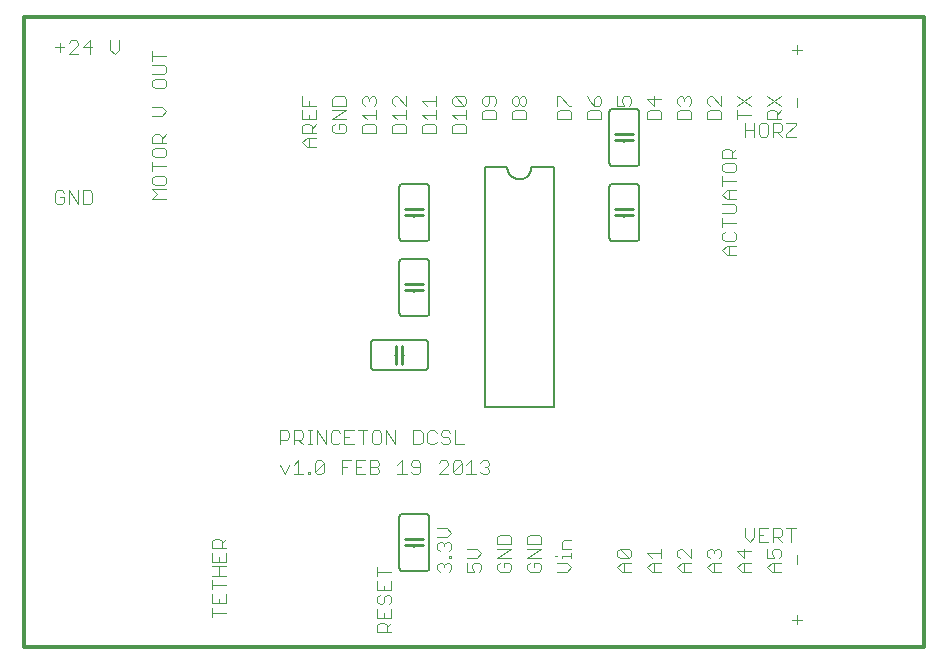
<source format=gto>
G75*
G70*
%OFA0B0*%
%FSLAX24Y24*%
%IPPOS*%
%LPD*%
%AMOC8*
5,1,8,0,0,1.08239X$1,22.5*
%
%ADD10C,0.0040*%
%ADD11C,0.0120*%
%ADD12C,0.0060*%
%ADD13C,0.0100*%
D10*
X006451Y002318D02*
X006451Y002625D01*
X006451Y002778D02*
X006911Y002778D01*
X006911Y003085D01*
X006681Y002932D02*
X006681Y002778D01*
X006451Y002778D02*
X006451Y003085D01*
X006451Y003239D02*
X006451Y003546D01*
X006451Y003699D02*
X006911Y003699D01*
X006681Y003699D02*
X006681Y004006D01*
X006681Y004159D02*
X006681Y004313D01*
X006451Y004466D02*
X006451Y004159D01*
X006911Y004159D01*
X006911Y004466D01*
X006911Y004620D02*
X006451Y004620D01*
X006451Y004850D01*
X006528Y004927D01*
X006681Y004927D01*
X006758Y004850D01*
X006758Y004620D01*
X006758Y004773D02*
X006911Y004927D01*
X006911Y004006D02*
X006451Y004006D01*
X006451Y003392D02*
X006911Y003392D01*
X006911Y002471D02*
X006451Y002471D01*
X011951Y002597D02*
X011951Y002291D01*
X012411Y002291D01*
X012411Y002597D01*
X012335Y002751D02*
X012411Y002828D01*
X012411Y002981D01*
X012335Y003058D01*
X012258Y003058D01*
X012181Y002981D01*
X012181Y002828D01*
X012105Y002751D01*
X012028Y002751D01*
X011951Y002828D01*
X011951Y002981D01*
X012028Y003058D01*
X011951Y003211D02*
X012411Y003211D01*
X012411Y003518D01*
X012181Y003365D02*
X012181Y003211D01*
X011951Y003211D02*
X011951Y003518D01*
X011951Y003672D02*
X011951Y003979D01*
X011951Y003825D02*
X012411Y003825D01*
X013951Y003907D02*
X013951Y004060D01*
X014028Y004137D01*
X014105Y004137D01*
X014181Y004060D01*
X014258Y004137D01*
X014335Y004137D01*
X014411Y004060D01*
X014411Y003907D01*
X014335Y003830D01*
X014181Y003984D02*
X014181Y004060D01*
X014028Y003830D02*
X013951Y003907D01*
X014335Y004291D02*
X014335Y004367D01*
X014411Y004367D01*
X014411Y004291D01*
X014335Y004291D01*
X014335Y004521D02*
X014411Y004597D01*
X014411Y004751D01*
X014335Y004828D01*
X014258Y004828D01*
X014181Y004751D01*
X014181Y004674D01*
X014181Y004751D02*
X014105Y004828D01*
X014028Y004828D01*
X013951Y004751D01*
X013951Y004597D01*
X014028Y004521D01*
X013951Y004981D02*
X014258Y004981D01*
X014411Y005135D01*
X014258Y005288D01*
X013951Y005288D01*
X014951Y004597D02*
X015258Y004597D01*
X015411Y004444D01*
X015258Y004291D01*
X014951Y004291D01*
X014951Y004137D02*
X014951Y003830D01*
X015181Y003830D01*
X015105Y003984D01*
X015105Y004060D01*
X015181Y004137D01*
X015335Y004137D01*
X015411Y004060D01*
X015411Y003907D01*
X015335Y003830D01*
X015951Y003907D02*
X016028Y003830D01*
X016335Y003830D01*
X016411Y003907D01*
X016411Y004060D01*
X016335Y004137D01*
X016181Y004137D01*
X016181Y003984D01*
X016028Y004137D02*
X015951Y004060D01*
X015951Y003907D01*
X015951Y004291D02*
X016411Y004597D01*
X015951Y004597D01*
X015951Y004751D02*
X015951Y004981D01*
X016028Y005058D01*
X016335Y005058D01*
X016411Y004981D01*
X016411Y004751D01*
X015951Y004751D01*
X015951Y004291D02*
X016411Y004291D01*
X016951Y004291D02*
X017411Y004597D01*
X016951Y004597D01*
X016951Y004751D02*
X016951Y004981D01*
X017028Y005058D01*
X017335Y005058D01*
X017411Y004981D01*
X017411Y004751D01*
X016951Y004751D01*
X016951Y004291D02*
X017411Y004291D01*
X017335Y004137D02*
X017181Y004137D01*
X017181Y003984D01*
X017028Y004137D02*
X016951Y004060D01*
X016951Y003907D01*
X017028Y003830D01*
X017335Y003830D01*
X017411Y003907D01*
X017411Y004060D01*
X017335Y004137D01*
X017874Y004367D02*
X017951Y004367D01*
X018105Y004367D02*
X018411Y004367D01*
X018411Y004291D02*
X018411Y004444D01*
X018411Y004597D02*
X018105Y004597D01*
X018105Y004828D01*
X018181Y004904D01*
X018411Y004904D01*
X018105Y004367D02*
X018105Y004291D01*
X018258Y004137D02*
X017951Y004137D01*
X017951Y003830D02*
X018258Y003830D01*
X018411Y003984D01*
X018258Y004137D01*
X019951Y003984D02*
X020105Y004137D01*
X020411Y004137D01*
X020335Y004291D02*
X020028Y004597D01*
X020335Y004597D01*
X020411Y004521D01*
X020411Y004367D01*
X020335Y004291D01*
X020028Y004291D01*
X019951Y004367D01*
X019951Y004521D01*
X020028Y004597D01*
X020181Y004137D02*
X020181Y003830D01*
X020105Y003830D02*
X019951Y003984D01*
X020105Y003830D02*
X020411Y003830D01*
X020951Y003984D02*
X021105Y004137D01*
X021411Y004137D01*
X021411Y004291D02*
X021411Y004597D01*
X021411Y004444D02*
X020951Y004444D01*
X021105Y004291D01*
X021181Y004137D02*
X021181Y003830D01*
X021105Y003830D02*
X020951Y003984D01*
X021105Y003830D02*
X021411Y003830D01*
X021951Y003984D02*
X022105Y004137D01*
X022411Y004137D01*
X022411Y004291D02*
X022105Y004597D01*
X022028Y004597D01*
X021951Y004521D01*
X021951Y004367D01*
X022028Y004291D01*
X022181Y004137D02*
X022181Y003830D01*
X022105Y003830D02*
X022411Y003830D01*
X022105Y003830D02*
X021951Y003984D01*
X022411Y004291D02*
X022411Y004597D01*
X022951Y004521D02*
X022951Y004367D01*
X023028Y004291D01*
X023105Y004137D02*
X023411Y004137D01*
X023335Y004291D02*
X023411Y004367D01*
X023411Y004521D01*
X023335Y004597D01*
X023258Y004597D01*
X023181Y004521D01*
X023181Y004444D01*
X023181Y004521D02*
X023105Y004597D01*
X023028Y004597D01*
X022951Y004521D01*
X023105Y004137D02*
X022951Y003984D01*
X023105Y003830D01*
X023411Y003830D01*
X023181Y003830D02*
X023181Y004137D01*
X023951Y003984D02*
X024105Y004137D01*
X024411Y004137D01*
X024181Y004137D02*
X024181Y003830D01*
X024105Y003830D02*
X023951Y003984D01*
X024105Y003830D02*
X024411Y003830D01*
X024181Y004291D02*
X024181Y004597D01*
X023951Y004521D02*
X024181Y004291D01*
X024411Y004521D02*
X023951Y004521D01*
X024355Y004830D02*
X024201Y004984D01*
X024201Y005291D01*
X024508Y005291D02*
X024508Y004984D01*
X024355Y004830D01*
X024662Y004830D02*
X024969Y004830D01*
X025122Y004830D02*
X025122Y005291D01*
X025352Y005291D01*
X025429Y005214D01*
X025429Y005060D01*
X025352Y004984D01*
X025122Y004984D01*
X025276Y004984D02*
X025429Y004830D01*
X025335Y004597D02*
X025181Y004597D01*
X025105Y004521D01*
X025105Y004444D01*
X025181Y004291D01*
X024951Y004291D01*
X024951Y004597D01*
X024662Y004830D02*
X024662Y005291D01*
X024969Y005291D01*
X024815Y005060D02*
X024662Y005060D01*
X025335Y004597D02*
X025411Y004521D01*
X025411Y004367D01*
X025335Y004291D01*
X025411Y004137D02*
X025105Y004137D01*
X024951Y003984D01*
X025105Y003830D01*
X025411Y003830D01*
X025181Y003830D02*
X025181Y004137D01*
X025931Y004080D02*
X025931Y004387D01*
X025736Y004830D02*
X025736Y005291D01*
X025889Y005291D02*
X025582Y005291D01*
X025931Y002387D02*
X025931Y002080D01*
X025778Y002234D02*
X026085Y002234D01*
X015683Y007157D02*
X015607Y007080D01*
X015453Y007080D01*
X015377Y007157D01*
X015223Y007080D02*
X014916Y007080D01*
X015070Y007080D02*
X015070Y007541D01*
X014916Y007387D01*
X014763Y007464D02*
X014763Y007157D01*
X014686Y007080D01*
X014533Y007080D01*
X014456Y007157D01*
X014763Y007464D01*
X014686Y007541D01*
X014533Y007541D01*
X014456Y007464D01*
X014456Y007157D01*
X014302Y007080D02*
X013995Y007080D01*
X014302Y007387D01*
X014302Y007464D01*
X014226Y007541D01*
X014072Y007541D01*
X013995Y007464D01*
X013382Y007464D02*
X013382Y007157D01*
X013305Y007080D01*
X013151Y007080D01*
X013075Y007157D01*
X013151Y007310D02*
X013382Y007310D01*
X013382Y007464D02*
X013305Y007541D01*
X013151Y007541D01*
X013075Y007464D01*
X013075Y007387D01*
X013151Y007310D01*
X012921Y007080D02*
X012614Y007080D01*
X012768Y007080D02*
X012768Y007541D01*
X012614Y007387D01*
X012001Y007387D02*
X011924Y007310D01*
X011694Y007310D01*
X011694Y007080D02*
X011924Y007080D01*
X012001Y007157D01*
X012001Y007234D01*
X011924Y007310D01*
X012001Y007387D02*
X012001Y007464D01*
X011924Y007541D01*
X011694Y007541D01*
X011694Y007080D01*
X011540Y007080D02*
X011233Y007080D01*
X011233Y007541D01*
X011540Y007541D01*
X011387Y007310D02*
X011233Y007310D01*
X011080Y007541D02*
X010773Y007541D01*
X010773Y007080D01*
X010773Y007310D02*
X010926Y007310D01*
X010159Y007157D02*
X010082Y007080D01*
X009929Y007080D01*
X009852Y007157D01*
X010159Y007464D01*
X010159Y007157D01*
X009852Y007157D02*
X009852Y007464D01*
X009929Y007541D01*
X010082Y007541D01*
X010159Y007464D01*
X009699Y007157D02*
X009699Y007080D01*
X009622Y007080D01*
X009622Y007157D01*
X009699Y007157D01*
X009469Y007080D02*
X009162Y007080D01*
X009315Y007080D02*
X009315Y007541D01*
X009162Y007387D01*
X009008Y007387D02*
X008855Y007080D01*
X008701Y007387D01*
X008701Y008080D02*
X008701Y008541D01*
X008932Y008541D01*
X009008Y008464D01*
X009008Y008310D01*
X008932Y008234D01*
X008701Y008234D01*
X009162Y008234D02*
X009392Y008234D01*
X009469Y008310D01*
X009469Y008464D01*
X009392Y008541D01*
X009162Y008541D01*
X009162Y008080D01*
X009315Y008234D02*
X009469Y008080D01*
X009622Y008080D02*
X009776Y008080D01*
X009699Y008080D02*
X009699Y008541D01*
X009622Y008541D02*
X009776Y008541D01*
X009929Y008541D02*
X010236Y008080D01*
X010236Y008541D01*
X010389Y008464D02*
X010389Y008157D01*
X010466Y008080D01*
X010620Y008080D01*
X010696Y008157D01*
X010850Y008080D02*
X011157Y008080D01*
X011003Y008310D02*
X010850Y008310D01*
X010696Y008464D02*
X010620Y008541D01*
X010466Y008541D01*
X010389Y008464D01*
X010850Y008541D02*
X010850Y008080D01*
X010850Y008541D02*
X011157Y008541D01*
X011310Y008541D02*
X011617Y008541D01*
X011464Y008541D02*
X011464Y008080D01*
X011770Y008157D02*
X011770Y008464D01*
X011847Y008541D01*
X012001Y008541D01*
X012077Y008464D01*
X012077Y008157D01*
X012001Y008080D01*
X011847Y008080D01*
X011770Y008157D01*
X012231Y008080D02*
X012231Y008541D01*
X012538Y008080D01*
X012538Y008541D01*
X013151Y008541D02*
X013151Y008080D01*
X013382Y008080D01*
X013458Y008157D01*
X013458Y008464D01*
X013382Y008541D01*
X013151Y008541D01*
X013612Y008464D02*
X013612Y008157D01*
X013689Y008080D01*
X013842Y008080D01*
X013919Y008157D01*
X014072Y008157D02*
X014149Y008080D01*
X014302Y008080D01*
X014379Y008157D01*
X014379Y008234D01*
X014302Y008310D01*
X014149Y008310D01*
X014072Y008387D01*
X014072Y008464D01*
X014149Y008541D01*
X014302Y008541D01*
X014379Y008464D01*
X014533Y008541D02*
X014533Y008080D01*
X014839Y008080D01*
X015453Y007541D02*
X015607Y007541D01*
X015683Y007464D01*
X015683Y007387D01*
X015607Y007310D01*
X015683Y007234D01*
X015683Y007157D01*
X015607Y007310D02*
X015530Y007310D01*
X015377Y007464D02*
X015453Y007541D01*
X013919Y008464D02*
X013842Y008541D01*
X013689Y008541D01*
X013612Y008464D01*
X009929Y008541D02*
X009929Y008080D01*
X012181Y002444D02*
X012181Y002291D01*
X012181Y002137D02*
X012258Y002060D01*
X012258Y001830D01*
X012411Y001830D02*
X011951Y001830D01*
X011951Y002060D01*
X012028Y002137D01*
X012181Y002137D01*
X012258Y001984D02*
X012411Y002137D01*
X023605Y014397D02*
X023451Y014551D01*
X023605Y014704D01*
X023911Y014704D01*
X023835Y014857D02*
X023911Y014934D01*
X023911Y015088D01*
X023835Y015164D01*
X023528Y015164D02*
X023451Y015088D01*
X023451Y014934D01*
X023528Y014857D01*
X023835Y014857D01*
X023681Y014704D02*
X023681Y014397D01*
X023605Y014397D02*
X023911Y014397D01*
X023451Y015318D02*
X023451Y015625D01*
X023451Y015778D02*
X023835Y015778D01*
X023911Y015855D01*
X023911Y016008D01*
X023835Y016085D01*
X023451Y016085D01*
X023605Y016239D02*
X023451Y016392D01*
X023605Y016545D01*
X023911Y016545D01*
X023681Y016545D02*
X023681Y016239D01*
X023605Y016239D02*
X023911Y016239D01*
X023451Y016699D02*
X023451Y017006D01*
X023451Y016852D02*
X023911Y016852D01*
X023835Y017159D02*
X023528Y017159D01*
X023451Y017236D01*
X023451Y017389D01*
X023528Y017466D01*
X023835Y017466D01*
X023911Y017389D01*
X023911Y017236D01*
X023835Y017159D01*
X023911Y017620D02*
X023451Y017620D01*
X023451Y017850D01*
X023528Y017926D01*
X023681Y017926D01*
X023758Y017850D01*
X023758Y017620D01*
X023758Y017773D02*
X023911Y017926D01*
X024201Y018330D02*
X024201Y018791D01*
X024201Y018560D02*
X024508Y018560D01*
X024662Y018407D02*
X024738Y018330D01*
X024892Y018330D01*
X024969Y018407D01*
X024969Y018714D01*
X024892Y018791D01*
X024738Y018791D01*
X024662Y018714D01*
X024662Y018407D01*
X024508Y018330D02*
X024508Y018791D01*
X024411Y019063D02*
X023951Y019063D01*
X023951Y019216D02*
X023951Y018909D01*
X023951Y019370D02*
X024411Y019677D01*
X024411Y019370D02*
X023951Y019677D01*
X023411Y019677D02*
X023411Y019370D01*
X023105Y019677D01*
X023028Y019677D01*
X022951Y019600D01*
X022951Y019447D01*
X023028Y019370D01*
X023028Y019216D02*
X022951Y019140D01*
X022951Y018909D01*
X023411Y018909D01*
X023411Y019140D01*
X023335Y019216D01*
X023028Y019216D01*
X022411Y019140D02*
X022411Y018909D01*
X021951Y018909D01*
X021951Y019140D01*
X022028Y019216D01*
X022335Y019216D01*
X022411Y019140D01*
X022335Y019370D02*
X022411Y019447D01*
X022411Y019600D01*
X022335Y019677D01*
X022258Y019677D01*
X022181Y019600D01*
X022181Y019523D01*
X022181Y019600D02*
X022105Y019677D01*
X022028Y019677D01*
X021951Y019600D01*
X021951Y019447D01*
X022028Y019370D01*
X021411Y019600D02*
X020951Y019600D01*
X021181Y019370D01*
X021181Y019677D01*
X021028Y019216D02*
X020951Y019140D01*
X020951Y018909D01*
X021411Y018909D01*
X021411Y019140D01*
X021335Y019216D01*
X021028Y019216D01*
X020411Y019447D02*
X020335Y019370D01*
X020411Y019447D02*
X020411Y019600D01*
X020335Y019677D01*
X020181Y019677D01*
X020105Y019600D01*
X020105Y019523D01*
X020181Y019370D01*
X019951Y019370D01*
X019951Y019677D01*
X019411Y019600D02*
X019335Y019677D01*
X019258Y019677D01*
X019181Y019600D01*
X019181Y019370D01*
X019335Y019370D01*
X019411Y019447D01*
X019411Y019600D01*
X019181Y019370D02*
X019028Y019523D01*
X018951Y019677D01*
X019028Y019216D02*
X018951Y019140D01*
X018951Y018909D01*
X019411Y018909D01*
X019411Y019140D01*
X019335Y019216D01*
X019028Y019216D01*
X018411Y019140D02*
X018411Y018909D01*
X017951Y018909D01*
X017951Y019140D01*
X018028Y019216D01*
X018335Y019216D01*
X018411Y019140D01*
X018411Y019370D02*
X018335Y019370D01*
X018028Y019677D01*
X017951Y019677D01*
X017951Y019370D01*
X016911Y019447D02*
X016835Y019370D01*
X016758Y019370D01*
X016681Y019447D01*
X016681Y019600D01*
X016758Y019677D01*
X016835Y019677D01*
X016911Y019600D01*
X016911Y019447D01*
X016681Y019447D02*
X016605Y019370D01*
X016528Y019370D01*
X016451Y019447D01*
X016451Y019600D01*
X016528Y019677D01*
X016605Y019677D01*
X016681Y019600D01*
X016528Y019216D02*
X016451Y019140D01*
X016451Y018909D01*
X016911Y018909D01*
X016911Y019140D01*
X016835Y019216D01*
X016528Y019216D01*
X015911Y019140D02*
X015911Y018909D01*
X015451Y018909D01*
X015451Y019140D01*
X015528Y019216D01*
X015835Y019216D01*
X015911Y019140D01*
X015835Y019370D02*
X015911Y019447D01*
X015911Y019600D01*
X015835Y019677D01*
X015528Y019677D01*
X015451Y019600D01*
X015451Y019447D01*
X015528Y019370D01*
X015605Y019370D01*
X015681Y019447D01*
X015681Y019677D01*
X014911Y019600D02*
X014911Y019446D01*
X014835Y019370D01*
X014528Y019677D01*
X014835Y019677D01*
X014911Y019600D01*
X014835Y019370D02*
X014528Y019370D01*
X014451Y019446D01*
X014451Y019600D01*
X014528Y019677D01*
X014911Y019216D02*
X014911Y018909D01*
X014911Y019063D02*
X014451Y019063D01*
X014605Y018909D01*
X014528Y018756D02*
X014451Y018679D01*
X014451Y018449D01*
X014911Y018449D01*
X014911Y018679D01*
X014835Y018756D01*
X014528Y018756D01*
X013911Y018679D02*
X013911Y018449D01*
X013451Y018449D01*
X013451Y018679D01*
X013528Y018756D01*
X013835Y018756D01*
X013911Y018679D01*
X013911Y018909D02*
X013911Y019216D01*
X013911Y019063D02*
X013451Y019063D01*
X013605Y018909D01*
X013605Y019370D02*
X013451Y019523D01*
X013911Y019523D01*
X013911Y019370D02*
X013911Y019677D01*
X012911Y019677D02*
X012911Y019370D01*
X012605Y019677D01*
X012528Y019677D01*
X012451Y019600D01*
X012451Y019446D01*
X012528Y019370D01*
X012451Y019063D02*
X012911Y019063D01*
X012911Y019216D02*
X012911Y018909D01*
X012835Y018756D02*
X012528Y018756D01*
X012451Y018679D01*
X012451Y018449D01*
X012911Y018449D01*
X012911Y018679D01*
X012835Y018756D01*
X012605Y018909D02*
X012451Y019063D01*
X011911Y019063D02*
X011451Y019063D01*
X011605Y018909D01*
X011528Y018756D02*
X011451Y018679D01*
X011451Y018449D01*
X011911Y018449D01*
X011911Y018679D01*
X011835Y018756D01*
X011528Y018756D01*
X011911Y018909D02*
X011911Y019216D01*
X011835Y019370D02*
X011911Y019446D01*
X011911Y019600D01*
X011835Y019677D01*
X011758Y019677D01*
X011681Y019600D01*
X011681Y019523D01*
X011681Y019600D02*
X011605Y019677D01*
X011528Y019677D01*
X011451Y019600D01*
X011451Y019446D01*
X011528Y019370D01*
X010911Y019370D02*
X010911Y019600D01*
X010835Y019677D01*
X010528Y019677D01*
X010451Y019600D01*
X010451Y019370D01*
X010911Y019370D01*
X010911Y019216D02*
X010451Y019216D01*
X010451Y018909D02*
X010911Y019216D01*
X010911Y018909D02*
X010451Y018909D01*
X010528Y018756D02*
X010451Y018679D01*
X010451Y018526D01*
X010528Y018449D01*
X010835Y018449D01*
X010911Y018526D01*
X010911Y018679D01*
X010835Y018756D01*
X010681Y018756D01*
X010681Y018603D01*
X009911Y018756D02*
X009758Y018602D01*
X009758Y018679D02*
X009758Y018449D01*
X009911Y018449D02*
X009451Y018449D01*
X009451Y018679D01*
X009528Y018756D01*
X009681Y018756D01*
X009758Y018679D01*
X009681Y018909D02*
X009681Y019063D01*
X009451Y019216D02*
X009451Y018909D01*
X009911Y018909D01*
X009911Y019216D01*
X009911Y019370D02*
X009451Y019370D01*
X009451Y019677D01*
X009681Y019523D02*
X009681Y019370D01*
X009681Y018296D02*
X009681Y017989D01*
X009605Y017989D02*
X009451Y018142D01*
X009605Y018296D01*
X009911Y018296D01*
X009911Y017989D02*
X009605Y017989D01*
X004911Y017877D02*
X004835Y017954D01*
X004528Y017954D01*
X004451Y017877D01*
X004451Y017724D01*
X004528Y017647D01*
X004835Y017647D01*
X004911Y017724D01*
X004911Y017877D01*
X004911Y018107D02*
X004451Y018107D01*
X004451Y018338D01*
X004528Y018414D01*
X004681Y018414D01*
X004758Y018338D01*
X004758Y018107D01*
X004758Y018261D02*
X004911Y018414D01*
X004758Y019028D02*
X004451Y019028D01*
X004451Y019335D02*
X004758Y019335D01*
X004911Y019181D01*
X004758Y019028D01*
X004835Y019949D02*
X004528Y019949D01*
X004451Y020025D01*
X004451Y020179D01*
X004528Y020256D01*
X004835Y020256D01*
X004911Y020179D01*
X004911Y020025D01*
X004835Y019949D01*
X004835Y020409D02*
X004451Y020409D01*
X004451Y020716D02*
X004835Y020716D01*
X004911Y020639D01*
X004911Y020486D01*
X004835Y020409D01*
X004451Y020869D02*
X004451Y021176D01*
X004451Y021023D02*
X004911Y021023D01*
X003350Y021234D02*
X003350Y021541D01*
X003043Y021541D02*
X003043Y021234D01*
X003196Y021080D01*
X003350Y021234D01*
X002429Y021310D02*
X002122Y021310D01*
X002352Y021541D01*
X002352Y021080D01*
X001969Y021080D02*
X001662Y021080D01*
X001969Y021387D01*
X001969Y021464D01*
X001892Y021541D01*
X001738Y021541D01*
X001662Y021464D01*
X001508Y021310D02*
X001201Y021310D01*
X001355Y021464D02*
X001355Y021157D01*
X004451Y017494D02*
X004451Y017187D01*
X004451Y017340D02*
X004911Y017340D01*
X004835Y017033D02*
X004528Y017033D01*
X004451Y016956D01*
X004451Y016803D01*
X004528Y016726D01*
X004835Y016726D01*
X004911Y016803D01*
X004911Y016956D01*
X004835Y017033D01*
X004911Y016573D02*
X004451Y016573D01*
X004605Y016419D01*
X004451Y016266D01*
X004911Y016266D01*
X002429Y016157D02*
X002429Y016464D01*
X002352Y016541D01*
X002122Y016541D01*
X002122Y016080D01*
X002352Y016080D01*
X002429Y016157D01*
X001969Y016080D02*
X001969Y016541D01*
X001662Y016541D02*
X001969Y016080D01*
X001662Y016080D02*
X001662Y016541D01*
X001508Y016464D02*
X001432Y016541D01*
X001278Y016541D01*
X001201Y016464D01*
X001201Y016157D01*
X001278Y016080D01*
X001432Y016080D01*
X001508Y016157D01*
X001508Y016310D01*
X001355Y016310D01*
X023451Y015471D02*
X023911Y015471D01*
X025122Y018330D02*
X025122Y018791D01*
X025352Y018791D01*
X025429Y018714D01*
X025429Y018560D01*
X025352Y018484D01*
X025122Y018484D01*
X025276Y018484D02*
X025429Y018330D01*
X025582Y018330D02*
X025889Y018330D01*
X025582Y018330D02*
X025582Y018407D01*
X025889Y018714D01*
X025889Y018791D01*
X025582Y018791D01*
X025411Y018909D02*
X024951Y018909D01*
X024951Y019140D01*
X025028Y019216D01*
X025181Y019216D01*
X025258Y019140D01*
X025258Y018909D01*
X025258Y019063D02*
X025411Y019216D01*
X025411Y019370D02*
X024951Y019677D01*
X024951Y019370D02*
X025411Y019677D01*
X025931Y019637D02*
X025931Y019330D01*
X025931Y021080D02*
X025931Y021387D01*
X025778Y021234D02*
X026085Y021234D01*
D11*
X000181Y022310D02*
X000181Y001310D01*
X030181Y001310D01*
X030181Y022310D01*
X000181Y022310D01*
D12*
X012681Y016660D02*
X012681Y014960D01*
X012683Y014943D01*
X012687Y014926D01*
X012694Y014910D01*
X012704Y014896D01*
X012717Y014883D01*
X012731Y014873D01*
X012747Y014866D01*
X012764Y014862D01*
X012781Y014860D01*
X013581Y014860D01*
X013598Y014862D01*
X013615Y014866D01*
X013631Y014873D01*
X013645Y014883D01*
X013658Y014896D01*
X013668Y014910D01*
X013675Y014926D01*
X013679Y014943D01*
X013681Y014960D01*
X013681Y016660D01*
X013679Y016677D01*
X013675Y016694D01*
X013668Y016710D01*
X013658Y016724D01*
X013645Y016737D01*
X013631Y016747D01*
X013615Y016754D01*
X013598Y016758D01*
X013581Y016760D01*
X012781Y016760D01*
X012764Y016758D01*
X012747Y016754D01*
X012731Y016747D01*
X012717Y016737D01*
X012704Y016724D01*
X012694Y016710D01*
X012687Y016694D01*
X012683Y016677D01*
X012681Y016660D01*
X013181Y015960D02*
X013181Y015910D01*
X013181Y015710D02*
X013181Y015660D01*
X013581Y014260D02*
X012781Y014260D01*
X012764Y014258D01*
X012747Y014254D01*
X012731Y014247D01*
X012717Y014237D01*
X012704Y014224D01*
X012694Y014210D01*
X012687Y014194D01*
X012683Y014177D01*
X012681Y014160D01*
X012681Y012460D01*
X012683Y012443D01*
X012687Y012426D01*
X012694Y012410D01*
X012704Y012396D01*
X012717Y012383D01*
X012731Y012373D01*
X012747Y012366D01*
X012764Y012362D01*
X012781Y012360D01*
X013581Y012360D01*
X013598Y012362D01*
X013615Y012366D01*
X013631Y012373D01*
X013645Y012383D01*
X013658Y012396D01*
X013668Y012410D01*
X013675Y012426D01*
X013679Y012443D01*
X013681Y012460D01*
X013681Y014160D01*
X013679Y014177D01*
X013675Y014194D01*
X013668Y014210D01*
X013658Y014224D01*
X013645Y014237D01*
X013631Y014247D01*
X013615Y014254D01*
X013598Y014258D01*
X013581Y014260D01*
X013181Y013460D02*
X013181Y013410D01*
X013181Y013210D02*
X013181Y013160D01*
X013531Y011560D02*
X011831Y011560D01*
X011814Y011558D01*
X011797Y011554D01*
X011781Y011547D01*
X011767Y011537D01*
X011754Y011524D01*
X011744Y011510D01*
X011737Y011494D01*
X011733Y011477D01*
X011731Y011460D01*
X011731Y010660D01*
X011733Y010643D01*
X011737Y010626D01*
X011744Y010610D01*
X011754Y010596D01*
X011767Y010583D01*
X011781Y010573D01*
X011797Y010566D01*
X011814Y010562D01*
X011831Y010560D01*
X013531Y010560D01*
X013548Y010562D01*
X013565Y010566D01*
X013581Y010573D01*
X013595Y010583D01*
X013608Y010596D01*
X013618Y010610D01*
X013625Y010626D01*
X013629Y010643D01*
X013631Y010660D01*
X013631Y011460D01*
X013629Y011477D01*
X013625Y011494D01*
X013618Y011510D01*
X013608Y011524D01*
X013595Y011537D01*
X013581Y011547D01*
X013565Y011554D01*
X013548Y011558D01*
X013531Y011560D01*
X012831Y011060D02*
X012781Y011060D01*
X012581Y011060D02*
X012531Y011060D01*
X015531Y009310D02*
X017831Y009310D01*
X017831Y017310D01*
X017081Y017310D01*
X017079Y017271D01*
X017073Y017232D01*
X017064Y017194D01*
X017051Y017157D01*
X017034Y017121D01*
X017014Y017088D01*
X016990Y017056D01*
X016964Y017027D01*
X016935Y017001D01*
X016903Y016977D01*
X016870Y016957D01*
X016834Y016940D01*
X016797Y016927D01*
X016759Y016918D01*
X016720Y016912D01*
X016681Y016910D01*
X016642Y016912D01*
X016603Y016918D01*
X016565Y016927D01*
X016528Y016940D01*
X016492Y016957D01*
X016459Y016977D01*
X016427Y017001D01*
X016398Y017027D01*
X016372Y017056D01*
X016348Y017088D01*
X016328Y017121D01*
X016311Y017157D01*
X016298Y017194D01*
X016289Y017232D01*
X016283Y017271D01*
X016281Y017310D01*
X015531Y017310D01*
X015531Y009310D01*
X013581Y005760D02*
X012781Y005760D01*
X012764Y005758D01*
X012747Y005754D01*
X012731Y005747D01*
X012717Y005737D01*
X012704Y005724D01*
X012694Y005710D01*
X012687Y005694D01*
X012683Y005677D01*
X012681Y005660D01*
X012681Y003960D01*
X012683Y003943D01*
X012687Y003926D01*
X012694Y003910D01*
X012704Y003896D01*
X012717Y003883D01*
X012731Y003873D01*
X012747Y003866D01*
X012764Y003862D01*
X012781Y003860D01*
X013581Y003860D01*
X013598Y003862D01*
X013615Y003866D01*
X013631Y003873D01*
X013645Y003883D01*
X013658Y003896D01*
X013668Y003910D01*
X013675Y003926D01*
X013679Y003943D01*
X013681Y003960D01*
X013681Y005660D01*
X013679Y005677D01*
X013675Y005694D01*
X013668Y005710D01*
X013658Y005724D01*
X013645Y005737D01*
X013631Y005747D01*
X013615Y005754D01*
X013598Y005758D01*
X013581Y005760D01*
X013181Y004960D02*
X013181Y004910D01*
X013181Y004710D02*
X013181Y004660D01*
X019781Y014860D02*
X020581Y014860D01*
X020598Y014862D01*
X020615Y014866D01*
X020631Y014873D01*
X020645Y014883D01*
X020658Y014896D01*
X020668Y014910D01*
X020675Y014926D01*
X020679Y014943D01*
X020681Y014960D01*
X020681Y016660D01*
X020679Y016677D01*
X020675Y016694D01*
X020668Y016710D01*
X020658Y016724D01*
X020645Y016737D01*
X020631Y016747D01*
X020615Y016754D01*
X020598Y016758D01*
X020581Y016760D01*
X019781Y016760D01*
X019764Y016758D01*
X019747Y016754D01*
X019731Y016747D01*
X019717Y016737D01*
X019704Y016724D01*
X019694Y016710D01*
X019687Y016694D01*
X019683Y016677D01*
X019681Y016660D01*
X019681Y014960D01*
X019683Y014943D01*
X019687Y014926D01*
X019694Y014910D01*
X019704Y014896D01*
X019717Y014883D01*
X019731Y014873D01*
X019747Y014866D01*
X019764Y014862D01*
X019781Y014860D01*
X020181Y015660D02*
X020181Y015710D01*
X020181Y015910D02*
X020181Y015960D01*
X019781Y017360D02*
X020581Y017360D01*
X020598Y017362D01*
X020615Y017366D01*
X020631Y017373D01*
X020645Y017383D01*
X020658Y017396D01*
X020668Y017410D01*
X020675Y017426D01*
X020679Y017443D01*
X020681Y017460D01*
X020681Y019160D01*
X020679Y019177D01*
X020675Y019194D01*
X020668Y019210D01*
X020658Y019224D01*
X020645Y019237D01*
X020631Y019247D01*
X020615Y019254D01*
X020598Y019258D01*
X020581Y019260D01*
X019781Y019260D01*
X019764Y019258D01*
X019747Y019254D01*
X019731Y019247D01*
X019717Y019237D01*
X019704Y019224D01*
X019694Y019210D01*
X019687Y019194D01*
X019683Y019177D01*
X019681Y019160D01*
X019681Y017460D01*
X019683Y017443D01*
X019687Y017426D01*
X019694Y017410D01*
X019704Y017396D01*
X019717Y017383D01*
X019731Y017373D01*
X019747Y017366D01*
X019764Y017362D01*
X019781Y017360D01*
X020181Y018160D02*
X020181Y018210D01*
X020181Y018410D02*
X020181Y018460D01*
D13*
X020181Y018410D02*
X019881Y018410D01*
X019881Y018210D02*
X020181Y018210D01*
X020481Y018210D01*
X020481Y018410D02*
X020181Y018410D01*
X020181Y015910D02*
X019881Y015910D01*
X019881Y015710D02*
X020181Y015710D01*
X020481Y015710D01*
X020481Y015910D02*
X020181Y015910D01*
X013481Y015910D02*
X013181Y015910D01*
X012881Y015910D01*
X012881Y015710D02*
X013181Y015710D01*
X013481Y015710D01*
X013481Y013410D02*
X013181Y013410D01*
X012881Y013410D01*
X012881Y013210D02*
X013181Y013210D01*
X013481Y013210D01*
X012781Y011360D02*
X012781Y011060D01*
X012781Y010760D01*
X012581Y010760D02*
X012581Y011060D01*
X012581Y011360D01*
X012881Y004910D02*
X013181Y004910D01*
X013481Y004910D01*
X013481Y004710D02*
X013181Y004710D01*
X012881Y004710D01*
M02*

</source>
